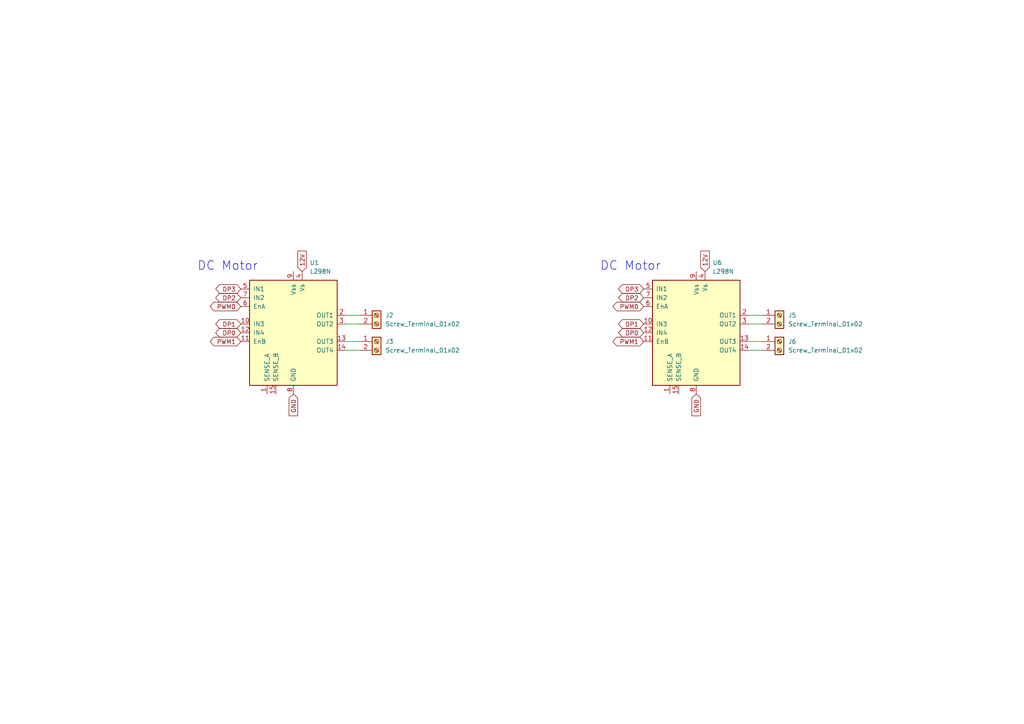
<source format=kicad_sch>
(kicad_sch (version 20231120) (generator "eeschema") (generator_version "8.0")
  (paper "A4")
  (lib_symbols
    (symbol "Connector:Screw_Terminal_01x02" (pin_names (offset 1.016) hide)
      (property "Reference" "J" (at 0 2.54 0))
      (property "Value" "Screw_Terminal_01x02" (at 0 -5.08 0))
      (symbol "Screw_Terminal_01x02_1_1"
        (rectangle (start -1.27 1.27) (end 1.27 -3.81) (stroke (width 0.254)) (fill (type background)))
        (circle (center 0 -2.54) (radius 0.635) (stroke (width 0.1524)))
        (polyline (pts (xy -0.5334 -2.2098) (xy 0.3302 -3.048)) (stroke (width 0.1524)))
        (polyline (pts (xy -0.5334 0.3302) (xy 0.3302 -0.508)) (stroke (width 0.1524)))
        (polyline (pts (xy -0.3556 -2.032) (xy 0.508 -2.8702)) (stroke (width 0.1524)))
        (polyline (pts (xy -0.3556 0.508) (xy 0.508 -0.3302)) (stroke (width 0.1524)))
        (circle (center 0 0) (radius 0.635) (stroke (width 0.1524)))
        (pin passive line (at -5.08 0 0) (length 3.81) (name "Pin_1") (number "1"))
        (pin passive line (at -5.08 -2.54 0) (length 3.81) (name "Pin_2") (number "2"))
      )
    )
    (symbol "Driver_Motor:L298N" (pin_names (offset 1.016))
      (property "Reference" "U" (at -10.16 16.51 0))
      (property "Value" "L298N" (at 12.7 16.51 0))
      (symbol "L298N_0_1"
        (rectangle (start -12.7 15.24) (end 12.7 -15.24) (stroke (width 0.254)) (fill (type background)))
      )
      (symbol "L298N_1_1"
        (pin power_in line (at -7.62 -17.78 90) (length 2.54) (name "SENSE_A") (number "1"))
        (pin input line (at -15.24 2.54 0) (length 2.54) (name "IN3") (number "10"))
        (pin input line (at -15.24 -2.54 0) (length 2.54) (name "EnB") (number "11"))
        (pin input line (at -15.24 0 0) (length 2.54) (name "IN4") (number "12"))
        (pin output line (at 15.24 -2.54 180) (length 2.54) (name "OUT3") (number "13"))
        (pin output line (at 15.24 -5.08 180) (length 2.54) (name "OUT4") (number "14"))
        (pin power_in line (at -5.08 -17.78 90) (length 2.54) (name "SENSE_B") (number "15"))
        (pin output line (at 15.24 5.08 180) (length 2.54) (name "OUT1") (number "2"))
        (pin output line (at 15.24 2.54 180) (length 2.54) (name "OUT2") (number "3"))
        (pin power_in line (at 2.54 17.78 270) (length 2.54) (name "Vs") (number "4"))
        (pin input line (at -15.24 12.7 0) (length 2.54) (name "IN1") (number "5"))
        (pin input line (at -15.24 7.62 0) (length 2.54) (name "EnA") (number "6"))
        (pin input line (at -15.24 10.16 0) (length 2.54) (name "IN2") (number "7"))
        (pin power_in line (at 0 -17.78 90) (length 2.54) (name "GND") (number "8"))
        (pin power_in line (at 0 17.78 270) (length 2.54) (name "Vss") (number "9"))
      )
    )
  )
  (wire (pts (xy 217.17 99.06) (xy 220.98 99.06)))
  (wire (pts (xy 100.33 93.98) (xy 104.14 93.98)))
  (wire (pts (xy 217.17 101.6) (xy 220.98 101.6)))
  (wire (pts (xy 217.17 91.44) (xy 220.98 91.44)))
  (wire (pts (xy 100.33 91.44) (xy 104.14 91.44)))
  (wire (pts (xy 100.33 101.6) (xy 104.14 101.6)))
  (wire (pts (xy 217.17 93.98) (xy 220.98 93.98)))
  (wire (pts (xy 100.33 99.06) (xy 104.14 99.06)))
  (text "DC Motor" (at 182.88 77.216 0) (effects (font (size 2.54 2.54))))
  (text "DC Motor" (at 66.04 77.216 0) (effects (font (size 2.54 2.54))))
  (global_label "DP1" (shape bidirectional) (at 69.85 93.98 180) (property "Intersheetrefs" "${INTERSHEET_REFS}" (effects (hide yes))))
  (global_label "DP0" (shape bidirectional) (at 69.85 96.52 180) (property "Intersheetrefs" "${INTERSHEET_REFS}" (effects (hide yes))))
  (global_label "DP0" (shape bidirectional) (at 186.69 96.52 180) (property "Intersheetrefs" "${INTERSHEET_REFS}" (effects (hide yes))))
  (global_label "DP2" (shape bidirectional) (at 69.85 86.36 180) (property "Intersheetrefs" "${INTERSHEET_REFS}" (effects (hide yes))))
  (global_label "PWM1" (shape bidirectional) (at 186.69 99.06 180) (property "Intersheetrefs" "${INTERSHEET_REFS}" (effects (hide yes))))
  (global_label "PWM0" (shape bidirectional) (at 186.69 88.9 180) (property "Intersheetrefs" "${INTERSHEET_REFS}" (effects (hide yes))))
  (global_label "12V" (shape input) (at 204.47 78.74 90) (property "Intersheetrefs" "${INTERSHEET_REFS}" (effects (hide yes))))
  (global_label "DP2" (shape bidirectional) (at 186.69 86.36 180) (property "Intersheetrefs" "${INTERSHEET_REFS}" (effects (hide yes))))
  (global_label "12V" (shape input) (at 87.63 78.74 90) (property "Intersheetrefs" "${INTERSHEET_REFS}" (effects (hide yes))))
  (global_label "GND" (shape input) (at 201.93 114.3 270) (property "Intersheetrefs" "${INTERSHEET_REFS}" (effects (hide yes))))
  (global_label "DP1" (shape bidirectional) (at 186.69 93.98 180) (property "Intersheetrefs" "${INTERSHEET_REFS}" (effects (hide yes))))
  (global_label "PWM1" (shape bidirectional) (at 69.85 99.06 180) (property "Intersheetrefs" "${INTERSHEET_REFS}" (effects (hide yes))))
  (global_label "DP3" (shape bidirectional) (at 186.69 83.82 180) (property "Intersheetrefs" "${INTERSHEET_REFS}" (effects (hide yes))))
  (global_label "DP3" (shape bidirectional) (at 69.85 83.82 180) (property "Intersheetrefs" "${INTERSHEET_REFS}" (effects (hide yes))))
  (global_label "GND" (shape input) (at 85.09 114.3 270) (property "Intersheetrefs" "${INTERSHEET_REFS}" (effects (hide yes))))
  (global_label "PWM0" (shape bidirectional) (at 69.85 88.9 180) (property "Intersheetrefs" "${INTERSHEET_REFS}" (effects (hide yes))))
  (symbol (lib_id "Connector:Screw_Terminal_01x02") (at 226.06 91.44 0) (unit 1)
    (property "Reference" "J5" (at 228.6 91.4399 0) (effects (justify left)))
    (property "Value" "Screw_Terminal_01x02" (at 228.6 93.9799 0) (effects (justify left)))
    (property "Footprint" "TerminalBlock:TerminalBlock_bornier-2_P5.08mm" (effects (hide yes)))
    (property "Description" "Generic screw terminal, single row, 01x02, script generated (kicad-library-utils/schlib/autogen/connector/)" (effects (hide yes)))
  )
  (symbol (lib_id "Connector:Screw_Terminal_01x02") (at 226.06 99.06 0) (unit 1)
    (property "Reference" "J6" (at 228.6 99.0599 0) (effects (justify left)))
    (property "Value" "Screw_Terminal_01x02" (at 228.6 101.5999 0) (effects (justify left)))
    (property "Footprint" "TerminalBlock:TerminalBlock_bornier-2_P5.08mm" (effects (hide yes)))
    (property "Description" "Generic screw terminal, single row, 01x02, script generated (kicad-library-utils/schlib/autogen/connector/)" (effects (hide yes)))
  )
  (symbol (lib_id "Connector:Screw_Terminal_01x02") (at 109.22 99.06 0) (unit 1)
    (property "Reference" "J3" (at 111.76 99.0599 0) (effects (justify left)))
    (property "Value" "Screw_Terminal_01x02" (at 111.76 101.5999 0) (effects (justify left)))
    (property "Footprint" "TerminalBlock:TerminalBlock_bornier-2_P5.08mm" (effects (hide yes)))
    (property "Description" "Generic screw terminal, single row, 01x02, script generated (kicad-library-utils/schlib/autogen/connector/)" (effects (hide yes)))
  )
  (symbol (lib_id "Connector:Screw_Terminal_01x02") (at 109.22 91.44 0) (unit 1)
    (property "Reference" "J2" (at 111.76 91.4399 0) (effects (justify left)))
    (property "Value" "Screw_Terminal_01x02" (at 111.76 93.9799 0) (effects (justify left)))
    (property "Footprint" "TerminalBlock:TerminalBlock_bornier-2_P5.08mm" (effects (hide yes)))
    (property "Description" "Generic screw terminal, single row, 01x02, script generated (kicad-library-utils/schlib/autogen/connector/)" (effects (hide yes)))
  )
  (symbol (lib_id "Driver_Motor:L298N") (at 201.93 96.52 0) (unit 1)
    (property "Reference" "U6" (at 206.6641 76.2 0) (effects (justify left)))
    (property "Value" "L298N" (at 206.6641 78.74 0) (effects (justify left)))
    (property "Footprint" "Package_TO_SOT_THT:TO-220-15_P2.54x2.54mm_StaggerOdd_Lead4.58mm_Vertical" (effects (hide yes)))
    (property "Datasheet" "http://www.st.com/st-web-ui/static/active/en/resource/technical/document/datasheet/CD00000240.pdf" (effects (hide yes)))
    (property "Description" "Dual full bridge motor driver, up to 46V, 4A, Multiwatt15-V" (effects (hide yes)))
  )
  (symbol (lib_id "Driver_Motor:L298N") (at 85.09 96.52 0) (unit 1)
    (property "Reference" "U1" (at 89.8241 76.2 0) (effects (justify left)))
    (property "Value" "L298N" (at 89.8241 78.74 0) (effects (justify left)))
    (property "Footprint" "Package_TO_SOT_THT:TO-220-15_P2.54x2.54mm_StaggerOdd_Lead4.58mm_Vertical" (effects (hide yes)))
    (property "Datasheet" "http://www.st.com/st-web-ui/static/active/en/resource/technical/document/datasheet/CD00000240.pdf" (effects (hide yes)))
    (property "Description" "Dual full bridge motor driver, up to 46V, 4A, Multiwatt15-V" (effects (hide yes)))
  )
)
</source>
